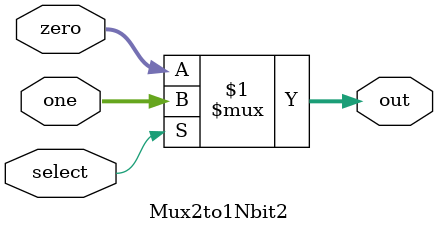
<source format=v>
module ALU_LEGv8(A, B, FS, C0, F, status);

	input [63:0] A, B;
	input [4:0]FS;
	//FS0 - b invert
	//FS1 - a invert
	//FS4:2 - op.select
	//  000 - AND
	//  001 - OR
	//  010 - ADD
	//  011 - XOR
	//  100 - shiftleft
	//  101 - shiftright
	//  110 - 0
	//  111 - 0
	input C0;
	output [63:0]F;
	output [3:0]status;
	
	wire Z, N, C, V;
	assign status = {V, C, N, Z};
	
	wire[63:0] A_Signal, B_Signal;
	//A MUX
	assign A_Signal = FS[1] ? ~A : A;
	//B MUX
	assign B_Signal = FS[0] ? ~B : B;
	
	assign N = F[63];
	
	assign Z = (F == 64'b0) ? 1'b1 : 1'b0;
	
	assign V = ~(A_Signal[63] ^ B_Signal[63]) & (F[63] ^ A_Signal[63]);
	
	
	
	wire [63:0]and_output, or_output, xor_output, add_output, shift_left, shift_right;
	
	assign and_output = A_Signal & B_Signal;
	assign or_output = A_Signal | B_Signal;
	assign xor_output = A_Signal ^ B_Signal;
	
	Adder adder_inst (A_Signal, B_Signal, C0, add_output, C);
	Shifter shift_inst(A, B[5:0], shift_left, shift_right);
	
	Mux8to1Nbit main_mux (F, FS[4:2], and_output, or_output, add_output, xor_output, shift_left, shift_right, 64'b0, 64'b0);

endmodule

module Shifter(A, shift_amount, left, right);
	input[63:0] A;
	input[5:0]shift_amount;
	output[63:0]left, right;
	
	assign left = A << shift_amount;
	assign right = A >> shift_amount;
endmodule

module Adder (A, B, Cin, S, Cout);
	input [63:0] A, B;
	input Cin;
	output [63:0] S;
	output Cout;
	
	assign {Cout, S} = A + B + Cin;
	
endmodule

module Mux8to1Nbit(F, S, I0, I1, I2, I3, I4, I5, I6, I7);
	parameter N = 64;
	input [N-1:0]I0, I1, I2, I3, I4, I5, I6, I7;
	input [2:0]S;
	output [N-1:0]F;

	assign F = S[2] ? (S[1] ? (S[0] ? I7 : I6) : (S[0] ? I5 : I4)) : (S[1] ? (S[0] ? I3 : I2) : (S[0] ? I1 : I0));
	
endmodule

module Mux4to1Nbit(F, S, I0, I1, I2, I3);
	parameter N = 64;
	input [N-1:0]I0, I1, I2, I3;
	input [1:0]S;
	output [N-1:0]F;
	
	assign F = S[1] ? (S[0] ? I3 : I2) : (S[0] ? I1 : I0);
	//assign F = S[2] ? (S[1] ? (S[0] ? I7 : I6) : (S[0] ? I5 : I4)) : (S[1] ? (S[0] ? I3 : I2) : (S[0] ? I1 : I0));
	
endmodule

module Mux2to1Nbit2(zero, one, select, out);

	parameter N = 64;
	input [N-1:0]zero, one;
	input select;
	output [N-1:0]out;

	assign out = select ? one : zero;

endmodule


</source>
